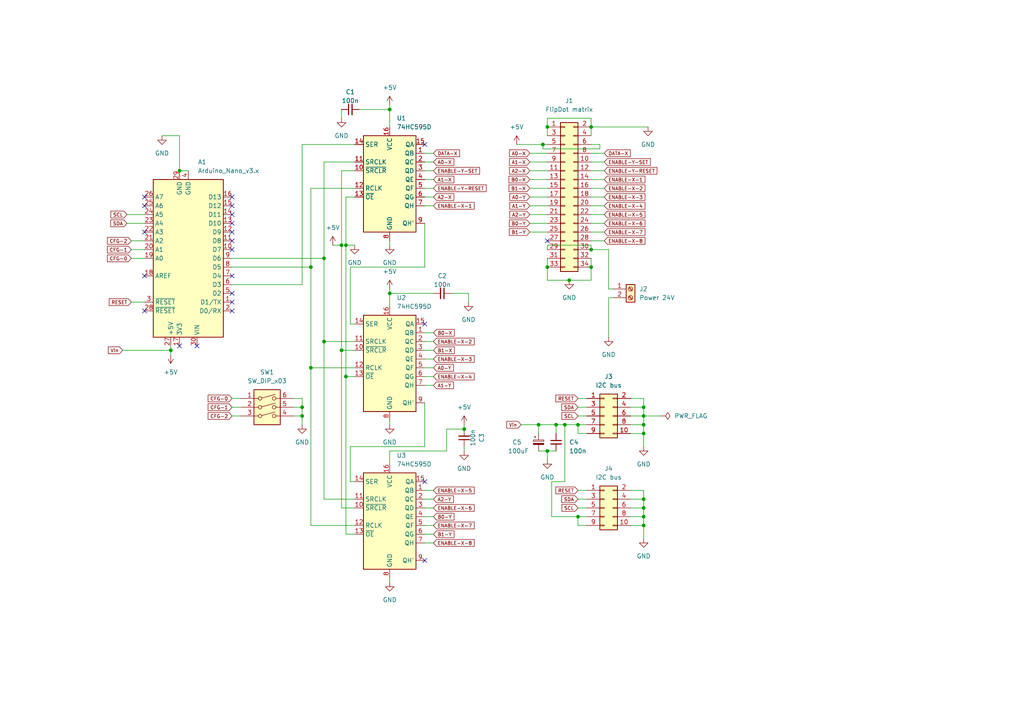
<source format=kicad_sch>
(kicad_sch (version 20211123) (generator eeschema)
  (paper "A4")
  (title_block (title "FlipDot34-Nano Controller Board") (date "2022-04-30") (rev "1.0"))
  (lib_symbols
    (symbol "74xx:74HC595"
      (property "Reference" "U" (at -7.62 13.97 0))
      (property "Value" "74HC595" (at -7.62 -16.51 0))
      (symbol "74HC595_1_0"
        (pin tri_state line (at 10.16 7.62 180) (length 2.54) (name "QB") (number "1"))
        (pin input line (at -10.16 2.54 0) (length 2.54) (name "~{SRCLR}") (number "10"))
        (pin input line (at -10.16 5.08 0) (length 2.54) (name "SRCLK") (number "11"))
        (pin input line (at -10.16 -2.54 0) (length 2.54) (name "RCLK") (number "12"))
        (pin input line (at -10.16 -5.08 0) (length 2.54) (name "~{OE}") (number "13"))
        (pin input line (at -10.16 10.16 0) (length 2.54) (name "SER") (number "14"))
        (pin tri_state line (at 10.16 10.16 180) (length 2.54) (name "QA") (number "15"))
        (pin power_in line (at 0 15.24 270) (length 2.54) (name "VCC") (number "16"))
        (pin tri_state line (at 10.16 5.08 180) (length 2.54) (name "QC") (number "2"))
        (pin tri_state line (at 10.16 2.54 180) (length 2.54) (name "QD") (number "3"))
        (pin tri_state line (at 10.16 0 180) (length 2.54) (name "QE") (number "4"))
        (pin tri_state line (at 10.16 -2.54 180) (length 2.54) (name "QF") (number "5"))
        (pin tri_state line (at 10.16 -5.08 180) (length 2.54) (name "QG") (number "6"))
        (pin tri_state line (at 10.16 -7.62 180) (length 2.54) (name "QH") (number "7"))
        (pin power_in line (at 0 -17.78 90) (length 2.54) (name "GND") (number "8"))
        (pin output line (at 10.16 -12.7 180) (length 2.54) (name "QH'") (number "9"))
      )
      (symbol "74HC595_1_1"
        (rectangle (start -7.62 12.7) (end 7.62 -15.24) (stroke (width 0.254)) (fill (type background)))
      )
    )
    (symbol "Connector:Screw_Terminal_01x02" (pin_names (offset 1.016) hide)
      (property "Reference" "J" (at 0 2.54 0))
      (property "Value" "Screw_Terminal_01x02" (at 0 -5.08 0))
      (symbol "Screw_Terminal_01x02_1_1"
        (rectangle (start -1.27 1.27) (end 1.27 -3.81) (stroke (width 0.254)) (fill (type background)))
        (circle (center 0 -2.54) (radius 0.635) (stroke (width 0.1524)))
        (polyline (pts (xy -0.5334 -2.2098) (xy 0.3302 -3.048)) (stroke (width 0.1524)))
        (polyline (pts (xy -0.5334 0.3302) (xy 0.3302 -0.508)) (stroke (width 0.1524)))
        (polyline (pts (xy -0.3556 -2.032) (xy 0.508 -2.8702)) (stroke (width 0.1524)))
        (polyline (pts (xy -0.3556 0.508) (xy 0.508 -0.3302)) (stroke (width 0.1524)))
        (circle (center 0 0) (radius 0.635) (stroke (width 0.1524)))
        (pin passive line (at -5.08 0 0) (length 3.81) (name "Pin_1") (number "1"))
        (pin passive line (at -5.08 -2.54 0) (length 3.81) (name "Pin_2") (number "2"))
      )
    )
    (symbol "Connector_Generic:Conn_02x05_Odd_Even" (pin_names (offset 1.016) hide)
      (property "Reference" "J" (at 1.27 7.62 0))
      (property "Value" "Conn_02x05_Odd_Even" (at 1.27 -7.62 0))
      (symbol "Conn_02x05_Odd_Even_1_1"
        (rectangle (start -1.27 -4.953) (end 0 -5.207) (stroke (width 0.1524)))
        (rectangle (start -1.27 -2.413) (end 0 -2.667) (stroke (width 0.1524)))
        (rectangle (start -1.27 0.127) (end 0 -0.127) (stroke (width 0.1524)))
        (rectangle (start -1.27 2.667) (end 0 2.413) (stroke (width 0.1524)))
        (rectangle (start -1.27 5.207) (end 0 4.953) (stroke (width 0.1524)))
        (rectangle (start -1.27 6.35) (end 3.81 -6.35) (stroke (width 0.254)) (fill (type background)))
        (rectangle (start 3.81 -4.953) (end 2.54 -5.207) (stroke (width 0.1524)))
        (rectangle (start 3.81 -2.413) (end 2.54 -2.667) (stroke (width 0.1524)))
        (rectangle (start 3.81 0.127) (end 2.54 -0.127) (stroke (width 0.1524)))
        (rectangle (start 3.81 2.667) (end 2.54 2.413) (stroke (width 0.1524)))
        (rectangle (start 3.81 5.207) (end 2.54 4.953) (stroke (width 0.1524)))
        (pin passive line (at -5.08 5.08 0) (length 3.81) (name "Pin_1") (number "1"))
        (pin passive line (at 7.62 -5.08 180) (length 3.81) (name "Pin_10") (number "10"))
        (pin passive line (at 7.62 5.08 180) (length 3.81) (name "Pin_2") (number "2"))
        (pin passive line (at -5.08 2.54 0) (length 3.81) (name "Pin_3") (number "3"))
        (pin passive line (at 7.62 2.54 180) (length 3.81) (name "Pin_4") (number "4"))
        (pin passive line (at -5.08 0 0) (length 3.81) (name "Pin_5") (number "5"))
        (pin passive line (at 7.62 0 180) (length 3.81) (name "Pin_6") (number "6"))
        (pin passive line (at -5.08 -2.54 0) (length 3.81) (name "Pin_7") (number "7"))
        (pin passive line (at 7.62 -2.54 180) (length 3.81) (name "Pin_8") (number "8"))
        (pin passive line (at -5.08 -5.08 0) (length 3.81) (name "Pin_9") (number "9"))
      )
    )
    (symbol "Connector_Generic:Conn_02x17_Odd_Even" (pin_names (offset 1.016) hide)
      (property "Reference" "J" (at 1.27 22.86 0))
      (property "Value" "Conn_02x17_Odd_Even" (at 1.27 -22.86 0))
      (symbol "Conn_02x17_Odd_Even_1_1"
        (rectangle (start -1.27 -20.193) (end 0 -20.447) (stroke (width 0.1524)))
        (rectangle (start -1.27 -17.653) (end 0 -17.907) (stroke (width 0.1524)))
        (rectangle (start -1.27 -15.113) (end 0 -15.367) (stroke (width 0.1524)))
        (rectangle (start -1.27 -12.573) (end 0 -12.827) (stroke (width 0.1524)))
        (rectangle (start -1.27 -10.033) (end 0 -10.287) (stroke (width 0.1524)))
        (rectangle (start -1.27 -7.493) (end 0 -7.747) (stroke (width 0.1524)))
        (rectangle (start -1.27 -4.953) (end 0 -5.207) (stroke (width 0.1524)))
        (rectangle (start -1.27 -2.413) (end 0 -2.667) (stroke (width 0.1524)))
        (rectangle (start -1.27 0.127) (end 0 -0.127) (stroke (width 0.1524)))
        (rectangle (start -1.27 2.667) (end 0 2.413) (stroke (width 0.1524)))
        (rectangle (start -1.27 5.207) (end 0 4.953) (stroke (width 0.1524)))
        (rectangle (start -1.27 7.747) (end 0 7.493) (stroke (width 0.1524)))
        (rectangle (start -1.27 10.287) (end 0 10.033) (stroke (width 0.1524)))
        (rectangle (start -1.27 12.827) (end 0 12.573) (stroke (width 0.1524)))
        (rectangle (start -1.27 15.367) (end 0 15.113) (stroke (width 0.1524)))
        (rectangle (start -1.27 17.907) (end 0 17.653) (stroke (width 0.1524)))
        (rectangle (start -1.27 20.447) (end 0 20.193) (stroke (width 0.1524)))
        (rectangle (start -1.27 21.59) (end 3.81 -21.59) (stroke (width 0.254)) (fill (type background)))
        (rectangle (start 3.81 -20.193) (end 2.54 -20.447) (stroke (width 0.1524)))
        (rectangle (start 3.81 -17.653) (end 2.54 -17.907) (stroke (width 0.1524)))
        (rectangle (start 3.81 -15.113) (end 2.54 -15.367) (stroke (width 0.1524)))
        (rectangle (start 3.81 -12.573) (end 2.54 -12.827) (stroke (width 0.1524)))
        (rectangle (start 3.81 -10.033) (end 2.54 -10.287) (stroke (width 0.1524)))
        (rectangle (start 3.81 -7.493) (end 2.54 -7.747) (stroke (width 0.1524)))
        (rectangle (start 3.81 -4.953) (end 2.54 -5.207) (stroke (width 0.1524)))
        (rectangle (start 3.81 -2.413) (end 2.54 -2.667) (stroke (width 0.1524)))
        (rectangle (start 3.81 0.127) (end 2.54 -0.127) (stroke (width 0.1524)))
        (rectangle (start 3.81 2.667) (end 2.54 2.413) (stroke (width 0.1524)))
        (rectangle (start 3.81 5.207) (end 2.54 4.953) (stroke (width 0.1524)))
        (rectangle (start 3.81 7.747) (end 2.54 7.493) (stroke (width 0.1524)))
        (rectangle (start 3.81 10.287) (end 2.54 10.033) (stroke (width 0.1524)))
        (rectangle (start 3.81 12.827) (end 2.54 12.573) (stroke (width 0.1524)))
        (rectangle (start 3.81 15.367) (end 2.54 15.113) (stroke (width 0.1524)))
        (rectangle (start 3.81 17.907) (end 2.54 17.653) (stroke (width 0.1524)))
        (rectangle (start 3.81 20.447) (end 2.54 20.193) (stroke (width 0.1524)))
        (pin passive line (at -5.08 20.32 0) (length 3.81) (name "Pin_1") (number "1"))
        (pin passive line (at 7.62 10.16 180) (length 3.81) (name "Pin_10") (number "10"))
        (pin passive line (at -5.08 7.62 0) (length 3.81) (name "Pin_11") (number "11"))
        (pin passive line (at 7.62 7.62 180) (length 3.81) (name "Pin_12") (number "12"))
        (pin passive line (at -5.08 5.08 0) (length 3.81) (name "Pin_13") (number "13"))
        (pin passive line (at 7.62 5.08 180) (length 3.81) (name "Pin_14") (number "14"))
        (pin passive line (at -5.08 2.54 0) (length 3.81) (name "Pin_15") (number "15"))
        (pin passive line (at 7.62 2.54 180) (length 3.81) (name "Pin_16") (number "16"))
        (pin passive line (at -5.08 0 0) (length 3.81) (name "Pin_17") (number "17"))
        (pin passive line (at 7.62 0 180) (length 3.81) (name "Pin_18") (number "18"))
        (pin passive line (at -5.08 -2.54 0) (length 3.81) (name "Pin_19") (number "19"))
        (pin passive line (at 7.62 20.32 180) (length 3.81) (name "Pin_2") (number "2"))
        (pin passive line (at 7.62 -2.54 180) (length 3.81) (name "Pin_20") (number "20"))
        (pin passive line (at -5.08 -5.08 0) (length 3.81) (name "Pin_21") (number "21"))
        (pin passive line (at 7.62 -5.08 180) (length 3.81) (name "Pin_22") (number "22"))
        (pin passive line (at -5.08 -7.62 0) (length 3.81) (name "Pin_23") (number "23"))
        (pin passive line (at 7.62 -7.62 180) (length 3.81) (name "Pin_24") (number "24"))
        (pin passive line (at -5.08 -10.16 0) (length 3.81) (name "Pin_25") (number "25"))
        (pin passive line (at 7.62 -10.16 180) (length 3.81) (name "Pin_26") (number "26"))
        (pin passive line (at -5.08 -12.7 0) (length 3.81) (name "Pin_27") (number "27"))
        (pin passive line (at 7.62 -12.7 180) (length 3.81) (name "Pin_28") (number "28"))
        (pin passive line (at -5.08 -15.24 0) (length 3.81) (name "Pin_29") (number "29"))
        (pin passive line (at -5.08 17.78 0) (length 3.81) (name "Pin_3") (number "3"))
        (pin passive line (at 7.62 -15.24 180) (length 3.81) (name "Pin_30") (number "30"))
        (pin passive line (at -5.08 -17.78 0) (length 3.81) (name "Pin_31") (number "31"))
        (pin passive line (at 7.62 -17.78 180) (length 3.81) (name "Pin_32") (number "32"))
        (pin passive line (at -5.08 -20.32 0) (length 3.81) (name "Pin_33") (number "33"))
        (pin passive line (at 7.62 -20.32 180) (length 3.81) (name "Pin_34") (number "34"))
        (pin passive line (at 7.62 17.78 180) (length 3.81) (name "Pin_4") (number "4"))
        (pin passive line (at -5.08 15.24 0) (length 3.81) (name "Pin_5") (number "5"))
        (pin passive line (at 7.62 15.24 180) (length 3.81) (name "Pin_6") (number "6"))
        (pin passive line (at -5.08 12.7 0) (length 3.81) (name "Pin_7") (number "7"))
        (pin passive line (at 7.62 12.7 180) (length 3.81) (name "Pin_8") (number "8"))
        (pin passive line (at -5.08 10.16 0) (length 3.81) (name "Pin_9") (number "9"))
      )
    )
    (symbol "Device:C_Polarized_Small" (pin_numbers hide) (pin_names (offset 0.254) hide)
      (property "Reference" "C" (at 0.254 1.778 0))
      (property "Value" "C_Polarized_Small" (at 0.254 -2.032 0))
      (symbol "C_Polarized_Small_0_1"
        (rectangle (start -1.524 -0.3048) (end 1.524 -0.6858) (fill (type outline)))
        (rectangle (start -1.524 0.6858) (end 1.524 0.3048))
        (polyline (pts (xy -1.27 1.524) (xy -0.762 1.524)))
        (polyline (pts (xy -1.016 1.27) (xy -1.016 1.778)))
      )
      (symbol "C_Polarized_Small_1_1"
        (pin passive line (at 0 2.54 270) (length 1.8542) (name "~") (number "1"))
        (pin passive line (at 0 -2.54 90) (length 1.8542) (name "~") (number "2"))
      )
    )
    (symbol "Device:C_Small" (pin_numbers hide) (pin_names (offset 0.254) hide)
      (property "Reference" "C" (at 0.254 1.778 0))
      (property "Value" "C_Small" (at 0.254 -2.032 0))
      (symbol "C_Small_0_1"
        (polyline (pts (xy -1.524 -0.508) (xy 1.524 -0.508)) (stroke (width 0.3302)))
        (polyline (pts (xy -1.524 0.508) (xy 1.524 0.508)) (stroke (width 0.3048)))
      )
      (symbol "C_Small_1_1"
        (pin passive line (at 0 2.54 270) (length 2.032) (name "~") (number "1"))
        (pin passive line (at 0 -2.54 90) (length 2.032) (name "~") (number "2"))
      )
    )
    (symbol "MCU_Module:Arduino_Nano_v3.x"
      (property "Reference" "A" (at -10.16 23.495 0))
      (property "Value" "Arduino_Nano_v3.x" (at 5.08 -24.13 0))
      (symbol "Arduino_Nano_v3.x_0_1"
        (rectangle (start -10.16 22.86) (end 10.16 -22.86) (stroke (width 0.254)) (fill (type background)))
      )
      (symbol "Arduino_Nano_v3.x_1_1"
        (pin bidirectional line (at -12.7 12.7 0) (length 2.54) (name "D1/TX") (number "1"))
        (pin bidirectional line (at -12.7 -2.54 0) (length 2.54) (name "D7") (number "10"))
        (pin bidirectional line (at -12.7 -5.08 0) (length 2.54) (name "D8") (number "11"))
        (pin bidirectional line (at -12.7 -7.62 0) (length 2.54) (name "D9") (number "12"))
        (pin bidirectional line (at -12.7 -10.16 0) (length 2.54) (name "D10") (number "13"))
        (pin bidirectional line (at -12.7 -12.7 0) (length 2.54) (name "D11") (number "14"))
        (pin bidirectional line (at -12.7 -15.24 0) (length 2.54) (name "D12") (number "15"))
        (pin bidirectional line (at -12.7 -17.78 0) (length 2.54) (name "D13") (number "16"))
        (pin power_out line (at 2.54 25.4 270) (length 2.54) (name "3V3") (number "17"))
        (pin input line (at 12.7 5.08 180) (length 2.54) (name "AREF") (number "18"))
        (pin bidirectional line (at 12.7 0 180) (length 2.54) (name "A0") (number "19"))
        (pin bidirectional line (at -12.7 15.24 0) (length 2.54) (name "D0/RX") (number "2"))
        (pin bidirectional line (at 12.7 -2.54 180) (length 2.54) (name "A1") (number "20"))
        (pin bidirectional line (at 12.7 -5.08 180) (length 2.54) (name "A2") (number "21"))
        (pin bidirectional line (at 12.7 -7.62 180) (length 2.54) (name "A3") (number "22"))
        (pin bidirectional line (at 12.7 -10.16 180) (length 2.54) (name "A4") (number "23"))
        (pin bidirectional line (at 12.7 -12.7 180) (length 2.54) (name "A5") (number "24"))
        (pin bidirectional line (at 12.7 -15.24 180) (length 2.54) (name "A6") (number "25"))
        (pin bidirectional line (at 12.7 -17.78 180) (length 2.54) (name "A7") (number "26"))
        (pin power_out line (at 5.08 25.4 270) (length 2.54) (name "+5V") (number "27"))
        (pin input line (at 12.7 15.24 180) (length 2.54) (name "~{RESET}") (number "28"))
        (pin power_in line (at 2.54 -25.4 90) (length 2.54) (name "GND") (number "29"))
        (pin input line (at 12.7 12.7 180) (length 2.54) (name "~{RESET}") (number "3"))
        (pin power_in line (at -2.54 25.4 270) (length 2.54) (name "VIN") (number "30"))
        (pin power_in line (at 0 -25.4 90) (length 2.54) (name "GND") (number "4"))
        (pin bidirectional line (at -12.7 10.16 0) (length 2.54) (name "D2") (number "5"))
        (pin bidirectional line (at -12.7 7.62 0) (length 2.54) (name "D3") (number "6"))
        (pin bidirectional line (at -12.7 5.08 0) (length 2.54) (name "D4") (number "7"))
        (pin bidirectional line (at -12.7 2.54 0) (length 2.54) (name "D5") (number "8"))
        (pin bidirectional line (at -12.7 0 0) (length 2.54) (name "D6") (number "9"))
      )
    )
    (symbol "Switch:SW_DIP_x03" (pin_names (offset 0) hide)
      (property "Reference" "SW" (at 0 8.89 0))
      (property "Value" "SW_DIP_x03" (at 0 -3.81 0))
      (symbol "SW_DIP_x03_0_0"
        (circle (center -2.032 0) (radius 0.508))
        (circle (center -2.032 2.54) (radius 0.508))
        (circle (center -2.032 5.08) (radius 0.508))
        (polyline (pts (xy -1.524 0.127) (xy 2.3622 1.1684)))
        (polyline (pts (xy -1.524 2.667) (xy 2.3622 3.7084)))
        (polyline (pts (xy -1.524 5.207) (xy 2.3622 6.2484)))
        (circle (center 2.032 0) (radius 0.508))
        (circle (center 2.032 2.54) (radius 0.508))
        (circle (center 2.032 5.08) (radius 0.508))
      )
      (symbol "SW_DIP_x03_0_1"
        (rectangle (start -3.81 7.62) (end 3.81 -2.54) (stroke (width 0.254)) (fill (type background)))
      )
      (symbol "SW_DIP_x03_1_1"
        (pin passive line (at -7.62 5.08 0) (length 5.08) (name "~") (number "1"))
        (pin passive line (at -7.62 2.54 0) (length 5.08) (name "~") (number "2"))
        (pin passive line (at -7.62 0 0) (length 5.08) (name "~") (number "3"))
        (pin passive line (at 7.62 0 180) (length 5.08) (name "~") (number "4"))
        (pin passive line (at 7.62 2.54 180) (length 5.08) (name "~") (number "5"))
        (pin passive line (at 7.62 5.08 180) (length 5.08) (name "~") (number "6"))
      )
    )
    (symbol "power:+5V" (power) (pin_names (offset 0))
      (property "Value" "+5V" (at 0 3.556 0))
      (symbol "+5V_0_1"
        (polyline (pts (xy -0.762 1.27) (xy 0 2.54)))
        (polyline (pts (xy 0 0) (xy 0 2.54)))
        (polyline (pts (xy 0 2.54) (xy 0.762 1.27)))
      )
      (symbol "+5V_1_1"
        (pin power_in line (at 0 0 90) (length 0) hide (name "+5V") (number "1"))
      )
    )
    (symbol "power:GND" (power) (pin_names (offset 0))
      (property "Value" "GND" (at 0 -3.81 0))
      (symbol "GND_0_1"
        (polyline (pts (xy 0 0) (xy 0 -1.27) (xy 1.27 -1.27) (xy 0 -2.54) (xy -1.27 -1.27) (xy 0 -1.27)))
      )
      (symbol "GND_1_1"
        (pin power_in line (at 0 0 270) (length 0) hide (name "GND") (number "1"))
      )
    )
    (symbol "power:PWR_FLAG" (power) (pin_numbers hide) (pin_names (offset 0) hide)
      (property "Value" "PWR_FLAG" (at 0 3.81 0))
      (symbol "PWR_FLAG_0_0"
        (pin power_out line (at 0 0 90) (length 0) (name "pwr") (number "1"))
      )
      (symbol "PWR_FLAG_0_1"
        (polyline (pts (xy 0 0) (xy 0 1.27) (xy -1.016 1.905) (xy 0 2.54) (xy 1.016 1.905) (xy 0 1.27)))
      )
    )
  )
  (junction (at 52.07 49.53))
  (junction (at 100.33 71.12))
  (junction (at 99.06 101.6))
  (junction (at 99.06 71.12))
  (junction (at 113.03 85.09))
  (junction (at 171.45 77.47))
  (junction (at 156.21 123.19))
  (junction (at 186.69 123.19))
  (junction (at 171.45 72.39))
  (junction (at 186.69 152.4))
  (junction (at 161.29 123.19))
  (junction (at 186.69 149.86))
  (junction (at 186.69 120.65))
  (junction (at 186.69 125.73))
  (junction (at 100.33 109.22))
  (junction (at 163.83 123.19))
  (junction (at 49.53 101.6))
  (junction (at 158.75 36.83))
  (junction (at 165.1 81.28))
  (junction (at 158.75 130.81))
  (junction (at 113.03 31.75))
  (junction (at 167.64 123.19))
  (junction (at 90.17 106.68))
  (junction (at 90.17 77.47))
  (junction (at 157.48 41.91))
  (junction (at 186.69 144.78))
  (junction (at 87.63 120.65))
  (junction (at 87.63 118.11))
  (junction (at 171.45 36.83))
  (junction (at 186.69 147.32))
  (junction (at 134.62 124.46))
  (junction (at 167.64 149.86))
  (junction (at 93.98 74.93))
  (junction (at 158.75 77.47))
  (junction (at 186.69 118.11))
  (junction (at 93.98 99.06))
  (no_connect (at 41.91 67.31))
  (no_connect (at 67.31 87.63))
  (no_connect (at 41.91 59.69))
  (no_connect (at 123.19 93.98))
  (no_connect (at 123.19 139.7))
  (no_connect (at 123.19 41.91))
  (no_connect (at 52.07 100.33))
  (no_connect (at 67.31 57.15))
  (no_connect (at 67.31 64.77))
  (no_connect (at 67.31 85.09))
  (no_connect (at 67.31 80.01))
  (no_connect (at 67.31 67.31))
  (no_connect (at 67.31 69.85))
  (no_connect (at 67.31 72.39))
  (no_connect (at 41.91 80.01))
  (no_connect (at 57.15 100.33))
  (no_connect (at 123.19 162.56))
  (no_connect (at 41.91 57.15))
  (no_connect (at 67.31 90.17))
  (no_connect (at 158.75 69.85))
  (no_connect (at 67.31 62.23))
  (no_connect (at 67.31 59.69))
  (no_connect (at 41.91 90.17))
  (wire (pts (xy 153.67 46.99) (xy 158.75 46.99)))
  (wire (pts (xy 102.87 57.15) (xy 100.33 57.15)))
  (wire (pts (xy 67.31 82.55) (xy 87.63 82.55)))
  (wire (pts (xy 167.64 120.65) (xy 170.18 120.65)))
  (wire (pts (xy 157.48 41.91) (xy 157.48 43.18)))
  (wire (pts (xy 182.88 152.4) (xy 186.69 152.4)))
  (wire (pts (xy 113.03 31.75) (xy 113.03 36.83)))
  (wire (pts (xy 157.48 41.91) (xy 158.75 41.91)))
  (wire (pts (xy 67.31 118.11) (xy 69.85 118.11)))
  (wire (pts (xy 182.88 149.86) (xy 186.69 149.86)))
  (wire (pts (xy 186.69 115.57) (xy 186.69 118.11)))
  (wire (pts (xy 158.75 71.12) (xy 171.45 71.12)))
  (wire (pts (xy 158.75 130.81) (xy 158.75 133.35)))
  (wire (pts (xy 85.09 120.65) (xy 87.63 120.65)))
  (wire (pts (xy 171.45 34.29) (xy 171.45 36.83)))
  (wire (pts (xy 158.75 36.83) (xy 158.75 39.37)))
  (wire (pts (xy 153.67 62.23) (xy 158.75 62.23)))
  (wire (pts (xy 186.69 120.65) (xy 191.77 120.65)))
  (wire (pts (xy 158.75 34.29) (xy 171.45 34.29)))
  (wire (pts (xy 123.19 77.47) (xy 101.6 77.47)))
  (wire (pts (xy 186.69 125.73) (xy 186.69 129.54)))
  (wire (pts (xy 123.19 99.06) (xy 125.73 99.06)))
  (wire (pts (xy 163.83 123.19) (xy 167.64 123.19)))
  (wire (pts (xy 160.02 149.86) (xy 167.64 149.86)))
  (wire (pts (xy 171.45 71.12) (xy 171.45 72.39)))
  (wire (pts (xy 167.64 149.86) (xy 170.18 149.86)))
  (wire (pts (xy 123.19 149.86) (xy 125.73 149.86)))
  (wire (pts (xy 38.1 87.63) (xy 41.91 87.63)))
  (wire (pts (xy 49.53 101.6) (xy 49.53 102.87)))
  (wire (pts (xy 99.06 101.6) (xy 99.06 147.32)))
  (wire (pts (xy 175.26 54.61) (xy 171.45 54.61)))
  (wire (pts (xy 90.17 54.61) (xy 90.17 77.47)))
  (wire (pts (xy 123.19 142.24) (xy 125.73 142.24)))
  (wire (pts (xy 93.98 144.78) (xy 102.87 144.78)))
  (wire (pts (xy 100.33 71.12) (xy 102.87 71.12)))
  (wire (pts (xy 156.21 123.19) (xy 161.29 123.19)))
  (wire (pts (xy 186.69 149.86) (xy 186.69 152.4)))
  (wire (pts (xy 153.67 57.15) (xy 158.75 57.15)))
  (wire (pts (xy 173.99 43.18) (xy 173.99 41.91)))
  (wire (pts (xy 186.69 147.32) (xy 186.69 149.86)))
  (wire (pts (xy 52.07 39.37) (xy 52.07 49.53)))
  (wire (pts (xy 167.64 149.86) (xy 167.64 152.4)))
  (wire (pts (xy 90.17 77.47) (xy 90.17 106.68)))
  (wire (pts (xy 36.83 62.23) (xy 41.91 62.23)))
  (wire (pts (xy 175.26 57.15) (xy 171.45 57.15)))
  (wire (pts (xy 93.98 99.06) (xy 102.87 99.06)))
  (wire (pts (xy 113.03 121.92) (xy 113.03 123.19)))
  (wire (pts (xy 182.88 123.19) (xy 186.69 123.19)))
  (wire (pts (xy 182.88 120.65) (xy 186.69 120.65)))
  (wire (pts (xy 158.75 81.28) (xy 165.1 81.28)))
  (wire (pts (xy 123.19 154.94) (xy 125.73 154.94)))
  (wire (pts (xy 100.33 57.15) (xy 100.33 71.12)))
  (wire (pts (xy 67.31 77.47) (xy 90.17 77.47)))
  (wire (pts (xy 176.53 83.82) (xy 177.8 83.82)))
  (wire (pts (xy 99.06 71.12) (xy 99.06 101.6)))
  (wire (pts (xy 102.87 49.53) (xy 99.06 49.53)))
  (wire (pts (xy 85.09 115.57) (xy 87.63 115.57)))
  (wire (pts (xy 157.48 43.18) (xy 173.99 43.18)))
  (wire (pts (xy 176.53 72.39) (xy 176.53 83.82)))
  (wire (pts (xy 186.69 142.24) (xy 186.69 144.78)))
  (wire (pts (xy 67.31 115.57) (xy 69.85 115.57)))
  (wire (pts (xy 52.07 49.53) (xy 54.61 49.53)))
  (wire (pts (xy 101.6 93.98) (xy 102.87 93.98)))
  (wire (pts (xy 175.26 59.69) (xy 171.45 59.69)))
  (wire (pts (xy 123.19 109.22) (xy 125.73 109.22)))
  (wire (pts (xy 176.53 86.36) (xy 177.8 86.36)))
  (wire (pts (xy 123.19 96.52) (xy 125.73 96.52)))
  (wire (pts (xy 123.19 116.84) (xy 123.19 129.54)))
  (wire (pts (xy 99.06 101.6) (xy 102.87 101.6)))
  (wire (pts (xy 173.99 41.91) (xy 171.45 41.91)))
  (wire (pts (xy 171.45 81.28) (xy 171.45 77.47)))
  (wire (pts (xy 100.33 109.22) (xy 100.33 154.94)))
  (wire (pts (xy 123.19 152.4) (xy 125.73 152.4)))
  (wire (pts (xy 182.88 144.78) (xy 186.69 144.78)))
  (wire (pts (xy 123.19 104.14) (xy 125.73 104.14)))
  (wire (pts (xy 158.75 72.39) (xy 158.75 71.12)))
  (wire (pts (xy 123.19 106.68) (xy 125.73 106.68)))
  (wire (pts (xy 182.88 115.57) (xy 186.69 115.57)))
  (wire (pts (xy 101.6 139.7) (xy 102.87 139.7)))
  (wire (pts (xy 113.03 69.85) (xy 113.03 71.12)))
  (wire (pts (xy 186.69 123.19) (xy 186.69 125.73)))
  (wire (pts (xy 38.1 74.93) (xy 41.91 74.93)))
  (wire (pts (xy 123.19 111.76) (xy 125.73 111.76)))
  (wire (pts (xy 167.64 123.19) (xy 170.18 123.19)))
  (wire (pts (xy 101.6 129.54) (xy 101.6 139.7)))
  (wire (pts (xy 102.87 46.99) (xy 93.98 46.99)))
  (wire (pts (xy 90.17 106.68) (xy 102.87 106.68)))
  (wire (pts (xy 175.26 49.53) (xy 171.45 49.53)))
  (wire (pts (xy 171.45 72.39) (xy 176.53 72.39)))
  (wire (pts (xy 153.67 67.31) (xy 158.75 67.31)))
  (wire (pts (xy 123.19 49.53) (xy 125.73 49.53)))
  (wire (pts (xy 160.02 149.86) (xy 160.02 139.7)))
  (wire (pts (xy 123.19 64.77) (xy 123.19 77.47)))
  (wire (pts (xy 123.19 44.45) (xy 125.73 44.45)))
  (wire (pts (xy 130.81 85.09) (xy 135.89 85.09)))
  (wire (pts (xy 123.19 144.78) (xy 125.73 144.78)))
  (wire (pts (xy 123.19 57.15) (xy 125.73 57.15)))
  (wire (pts (xy 67.31 74.93) (xy 93.98 74.93)))
  (wire (pts (xy 99.06 49.53) (xy 99.06 71.12)))
  (wire (pts (xy 90.17 152.4) (xy 102.87 152.4)))
  (wire (pts (xy 186.69 152.4) (xy 186.69 156.21)))
  (wire (pts (xy 100.33 154.94) (xy 102.87 154.94)))
  (wire (pts (xy 161.29 123.19) (xy 161.29 125.73)))
  (wire (pts (xy 182.88 147.32) (xy 186.69 147.32)))
  (wire (pts (xy 158.75 74.93) (xy 158.75 77.47)))
  (wire (pts (xy 129.54 124.46) (xy 134.62 124.46)))
  (wire (pts (xy 175.26 46.99) (xy 171.45 46.99)))
  (wire (pts (xy 167.64 125.73) (xy 170.18 125.73)))
  (wire (pts (xy 171.45 36.83) (xy 171.45 39.37)))
  (wire (pts (xy 38.1 69.85) (xy 41.91 69.85)))
  (wire (pts (xy 113.03 130.81) (xy 129.54 130.81)))
  (wire (pts (xy 153.67 59.69) (xy 158.75 59.69)))
  (wire (pts (xy 99.06 147.32) (xy 102.87 147.32)))
  (wire (pts (xy 171.45 69.85) (xy 175.26 69.85)))
  (wire (pts (xy 161.29 123.19) (xy 163.83 123.19)))
  (wire (pts (xy 158.75 77.47) (xy 158.75 81.28)))
  (wire (pts (xy 90.17 106.68) (xy 90.17 152.4)))
  (wire (pts (xy 104.14 31.75) (xy 113.03 31.75)))
  (wire (pts (xy 153.67 52.07) (xy 158.75 52.07)))
  (wire (pts (xy 113.03 85.09) (xy 125.73 85.09)))
  (wire (pts (xy 186.69 120.65) (xy 186.69 123.19)))
  (wire (pts (xy 153.67 64.77) (xy 158.75 64.77)))
  (wire (pts (xy 182.88 125.73) (xy 186.69 125.73)))
  (wire (pts (xy 52.07 39.37) (xy 46.99 39.37)))
  (wire (pts (xy 167.64 147.32) (xy 170.18 147.32)))
  (wire (pts (xy 36.83 64.77) (xy 41.91 64.77)))
  (wire (pts (xy 171.45 67.31) (xy 175.26 67.31)))
  (wire (pts (xy 167.64 115.57) (xy 170.18 115.57)))
  (wire (pts (xy 87.63 41.91) (xy 102.87 41.91)))
  (wire (pts (xy 163.83 139.7) (xy 163.83 123.19)))
  (wire (pts (xy 123.19 147.32) (xy 125.73 147.32)))
  (wire (pts (xy 176.53 86.36) (xy 176.53 97.79)))
  (wire (pts (xy 85.09 118.11) (xy 87.63 118.11)))
  (wire (pts (xy 167.64 123.19) (xy 167.64 125.73)))
  (wire (pts (xy 87.63 82.55) (xy 87.63 41.91)))
  (wire (pts (xy 87.63 115.57) (xy 87.63 118.11)))
  (wire (pts (xy 87.63 120.65) (xy 87.63 123.19)))
  (wire (pts (xy 167.64 152.4) (xy 170.18 152.4)))
  (wire (pts (xy 100.33 71.12) (xy 100.33 109.22)))
  (wire (pts (xy 186.69 144.78) (xy 186.69 147.32)))
  (wire (pts (xy 93.98 46.99) (xy 93.98 74.93)))
  (wire (pts (xy 175.26 62.23) (xy 171.45 62.23)))
  (wire (pts (xy 123.19 101.6) (xy 125.73 101.6)))
  (wire (pts (xy 123.19 52.07) (xy 125.73 52.07)))
  (wire (pts (xy 167.64 118.11) (xy 170.18 118.11)))
  (wire (pts (xy 113.03 83.82) (xy 113.03 85.09)))
  (wire (pts (xy 87.63 118.11) (xy 87.63 120.65)))
  (wire (pts (xy 160.02 139.7) (xy 163.83 139.7)))
  (wire (pts (xy 129.54 130.81) (xy 129.54 124.46)))
  (wire (pts (xy 175.26 44.45) (xy 171.45 44.45)))
  (wire (pts (xy 102.87 54.61) (xy 90.17 54.61)))
  (wire (pts (xy 113.03 134.62) (xy 113.03 130.81)))
  (wire (pts (xy 123.19 157.48) (xy 125.73 157.48)))
  (wire (pts (xy 156.21 130.81) (xy 158.75 130.81)))
  (wire (pts (xy 134.62 129.54) (xy 134.62 130.81)))
  (wire (pts (xy 153.67 54.61) (xy 158.75 54.61)))
  (wire (pts (xy 135.89 85.09) (xy 135.89 87.63)))
  (wire (pts (xy 171.45 74.93) (xy 171.45 77.47)))
  (wire (pts (xy 151.13 123.19) (xy 156.21 123.19)))
  (wire (pts (xy 96.52 71.12) (xy 99.06 71.12)))
  (wire (pts (xy 167.64 144.78) (xy 170.18 144.78)))
  (wire (pts (xy 175.26 52.07) (xy 171.45 52.07)))
  (wire (pts (xy 153.67 44.45) (xy 158.75 44.45)))
  (wire (pts (xy 100.33 109.22) (xy 102.87 109.22)))
  (wire (pts (xy 123.19 54.61) (xy 125.73 54.61)))
  (wire (pts (xy 186.69 118.11) (xy 186.69 120.65)))
  (wire (pts (xy 156.21 123.19) (xy 156.21 125.73)))
  (wire (pts (xy 165.1 81.28) (xy 171.45 81.28)))
  (wire (pts (xy 123.19 46.99) (xy 125.73 46.99)))
  (wire (pts (xy 99.06 31.75) (xy 99.06 34.29)))
  (wire (pts (xy 35.56 101.6) (xy 49.53 101.6)))
  (wire (pts (xy 171.45 36.83) (xy 187.96 36.83)))
  (wire (pts (xy 113.03 167.64) (xy 113.03 168.91)))
  (wire (pts (xy 134.62 123.19) (xy 134.62 124.46)))
  (wire (pts (xy 158.75 36.83) (xy 158.75 34.29)))
  (wire (pts (xy 49.53 100.33) (xy 49.53 101.6)))
  (wire (pts (xy 93.98 74.93) (xy 93.98 99.06)))
  (wire (pts (xy 52.07 49.53) (xy 52.07 50.8)))
  (wire (pts (xy 67.31 120.65) (xy 69.85 120.65)))
  (wire (pts (xy 182.88 118.11) (xy 186.69 118.11)))
  (wire (pts (xy 113.03 30.48) (xy 113.03 31.75)))
  (wire (pts (xy 158.75 130.81) (xy 161.29 130.81)))
  (wire (pts (xy 93.98 99.06) (xy 93.98 144.78)))
  (wire (pts (xy 38.1 72.39) (xy 41.91 72.39)))
  (wire (pts (xy 123.19 59.69) (xy 125.73 59.69)))
  (wire (pts (xy 182.88 142.24) (xy 186.69 142.24)))
  (wire (pts (xy 123.19 129.54) (xy 101.6 129.54)))
  (wire (pts (xy 149.86 41.91) (xy 157.48 41.91)))
  (wire (pts (xy 153.67 49.53) (xy 158.75 49.53)))
  (wire (pts (xy 101.6 77.47) (xy 101.6 93.98)))
  (wire (pts (xy 175.26 64.77) (xy 171.45 64.77)))
  (wire (pts (xy 167.64 142.24) (xy 170.18 142.24)))
  (wire (pts (xy 113.03 85.09) (xy 113.03 88.9)))
  (global_label "ENABLE-X-5" (shape input) (at 175.26 62.23 0) (effects (font (size 1 1))) (property "Intersheet References" "${INTERSHEET_REFS}" (effects hide)))
  (global_label "SDA" (shape input) (at 36.83 64.77 180) (effects (font (size 1 1))) (property "Intersheet References" "${INTERSHEET_REFS}" (effects hide)))
  (global_label "ENABLE-X-8" (shape input) (at 125.73 157.48 0) (effects (font (size 1 1))) (property "Intersheet References" "${INTERSHEET_REFS}" (effects hide)))
  (global_label "ENABLE-Y-RESET" (shape input) (at 125.73 54.61 0) (effects (font (size 1 1))) (property "Intersheet References" "${INTERSHEET_REFS}" (effects hide)))
  (global_label "SCL" (shape input) (at 167.64 120.65 180) (effects (font (size 1 1))) (property "Intersheet References" "${INTERSHEET_REFS}" (effects hide)))
  (global_label "DATA-X" (shape input) (at 125.73 44.45 0) (effects (font (size 1 1))) (property "Intersheet References" "${INTERSHEET_REFS}" (effects hide)))
  (global_label "CFG-1" (shape input) (at 67.31 118.11 180) (effects (font (size 1 1))) (property "Intersheet References" "${INTERSHEET_REFS}" (effects hide)))
  (global_label "A0-X" (shape input) (at 125.73 46.99 0) (effects (font (size 1 1))) (property "Intersheet References" "${INTERSHEET_REFS}" (effects hide)))
  (global_label "B0-Y" (shape input) (at 153.67 64.77 180) (effects (font (size 1 1))) (property "Intersheet References" "${INTERSHEET_REFS}" (effects hide)))
  (global_label "ENABLE-X-1" (shape input) (at 125.73 59.69 0) (effects (font (size 1 1))) (property "Intersheet References" "${INTERSHEET_REFS}" (effects hide)))
  (global_label "B1-Y" (shape input) (at 125.73 154.94 0) (effects (font (size 1 1))) (property "Intersheet References" "${INTERSHEET_REFS}" (effects hide)))
  (global_label "ENABLE-X-6" (shape input) (at 125.73 147.32 0) (effects (font (size 1 1))) (property "Intersheet References" "${INTERSHEET_REFS}" (effects hide)))
  (global_label "SDA" (shape input) (at 167.64 118.11 180) (effects (font (size 1 1))) (property "Intersheet References" "${INTERSHEET_REFS}" (effects hide)))
  (global_label "A1-Y" (shape input) (at 125.73 111.76 0) (effects (font (size 1 1))) (property "Intersheet References" "${INTERSHEET_REFS}" (effects hide)))
  (global_label "B0-Y" (shape input) (at 125.73 149.86 0) (effects (font (size 1 1))) (property "Intersheet References" "${INTERSHEET_REFS}" (effects hide)))
  (global_label "A0-Y" (shape input) (at 153.67 57.15 180) (effects (font (size 1 1))) (property "Intersheet References" "${INTERSHEET_REFS}" (effects hide)))
  (global_label "ENABLE-X-3" (shape input) (at 175.26 57.15 0) (effects (font (size 1 1))) (property "Intersheet References" "${INTERSHEET_REFS}" (effects hide)))
  (global_label "ENABLE-X-4" (shape input) (at 175.26 59.69 0) (effects (font (size 1 1))) (property "Intersheet References" "${INTERSHEET_REFS}" (effects hide)))
  (global_label "ENABLE-X-5" (shape input) (at 125.73 142.24 0) (effects (font (size 1 1))) (property "Intersheet References" "${INTERSHEET_REFS}" (effects hide)))
  (global_label "B1-X" (shape input) (at 153.67 54.61 180) (effects (font (size 1 1))) (property "Intersheet References" "${INTERSHEET_REFS}" (effects hide)))
  (global_label "A1-X" (shape input) (at 125.73 52.07 0) (effects (font (size 1 1))) (property "Intersheet References" "${INTERSHEET_REFS}" (effects hide)))
  (global_label "RESET" (shape input) (at 38.1 87.63 180) (effects (font (size 1 1))) (property "Intersheet References" "${INTERSHEET_REFS}" (effects hide)))
  (global_label "CFG-0" (shape input) (at 67.31 115.57 180) (effects (font (size 1 1))) (property "Intersheet References" "${INTERSHEET_REFS}" (effects hide)))
  (global_label "CFG-1" (shape input) (at 38.1 72.39 180) (effects (font (size 1 1))) (property "Intersheet References" "${INTERSHEET_REFS}" (effects hide)))
  (global_label "RESET" (shape input) (at 167.64 115.57 180) (effects (font (size 1 1))) (property "Intersheet References" "${INTERSHEET_REFS}" (effects hide)))
  (global_label "B0-X" (shape input) (at 153.67 52.07 180) (effects (font (size 1 1))) (property "Intersheet References" "${INTERSHEET_REFS}" (effects hide)))
  (global_label "B1-Y" (shape input) (at 153.67 67.31 180) (effects (font (size 1 1))) (property "Intersheet References" "${INTERSHEET_REFS}" (effects hide)))
  (global_label "A0-Y" (shape input) (at 125.73 106.68 0) (effects (font (size 1 1))) (property "Intersheet References" "${INTERSHEET_REFS}" (effects hide)))
  (global_label "A2-X" (shape input) (at 153.67 49.53 180) (effects (font (size 1 1))) (property "Intersheet References" "${INTERSHEET_REFS}" (effects hide)))
  (global_label "B0-X" (shape input) (at 125.73 96.52 0) (effects (font (size 1 1))) (property "Intersheet References" "${INTERSHEET_REFS}" (effects hide)))
  (global_label "ENABLE-X-6" (shape input) (at 175.26 64.77 0) (effects (font (size 1 1))) (property "Intersheet References" "${INTERSHEET_REFS}" (effects hide)))
  (global_label "A1-Y" (shape input) (at 153.67 59.69 180) (effects (font (size 1 1))) (property "Intersheet References" "${INTERSHEET_REFS}" (effects hide)))
  (global_label "A2-Y" (shape input) (at 125.73 144.78 0) (effects (font (size 1 1))) (property "Intersheet References" "${INTERSHEET_REFS}" (effects hide)))
  (global_label "SCL" (shape input) (at 36.83 62.23 180) (effects (font (size 1 1))) (property "Intersheet References" "${INTERSHEET_REFS}" (effects hide)))
  (global_label "ENABLE-X-8" (shape input) (at 175.26 69.85 0) (effects (font (size 1 1))) (property "Intersheet References" "${INTERSHEET_REFS}" (effects hide)))
  (global_label "DATA-X" (shape input) (at 175.26 44.45 0) (effects (font (size 1 1))) (property "Intersheet References" "${INTERSHEET_REFS}" (effects hide)))
  (global_label "ENABLE-X-4" (shape input) (at 125.73 109.22 0) (effects (font (size 1 1))) (property "Intersheet References" "${INTERSHEET_REFS}" (effects hide)))
  (global_label "ENABLE-X-3" (shape input) (at 125.73 104.14 0) (effects (font (size 1 1))) (property "Intersheet References" "${INTERSHEET_REFS}" (effects hide)))
  (global_label "Vin" (shape input) (at 35.56 101.6 180) (effects (font (size 1 1))) (property "Intersheet References" "${INTERSHEET_REFS}" (effects hide)))
  (global_label "RESET" (shape input) (at 167.64 142.24 180) (effects (font (size 1 1))) (property "Intersheet References" "${INTERSHEET_REFS}" (effects hide)))
  (global_label "ENABLE-X-2" (shape input) (at 125.73 99.06 0) (effects (font (size 1 1))) (property "Intersheet References" "${INTERSHEET_REFS}" (effects hide)))
  (global_label "CFG-0" (shape input) (at 38.1 74.93 180) (effects (font (size 1 1))) (property "Intersheet References" "${INTERSHEET_REFS}" (effects hide)))
  (global_label "ENABLE-Y-RESET" (shape input) (at 175.26 49.53 0) (effects (font (size 1 1))) (property "Intersheet References" "${INTERSHEET_REFS}" (effects hide)))
  (global_label "SCL" (shape input) (at 167.64 147.32 180) (effects (font (size 1 1))) (property "Intersheet References" "${INTERSHEET_REFS}" (effects hide)))
  (global_label "A2-Y" (shape input) (at 153.67 62.23 180) (effects (font (size 1 1))) (property "Intersheet References" "${INTERSHEET_REFS}" (effects hide)))
  (global_label "A1-X" (shape input) (at 153.67 46.99 180) (effects (font (size 1 1))) (property "Intersheet References" "${INTERSHEET_REFS}" (effects hide)))
  (global_label "A2-X" (shape input) (at 125.73 57.15 0) (effects (font (size 1 1))) (property "Intersheet References" "${INTERSHEET_REFS}" (effects hide)))
  (global_label "Vin" (shape input) (at 151.13 123.19 180) (effects (font (size 1 1))) (property "Intersheet References" "${INTERSHEET_REFS}" (effects hide)))
  (global_label "CFG-2" (shape input) (at 38.1 69.85 180) (effects (font (size 1 1))) (property "Intersheet References" "${INTERSHEET_REFS}" (effects hide)))
  (global_label "SDA" (shape input) (at 167.64 144.78 180) (effects (font (size 1 1))) (property "Intersheet References" "${INTERSHEET_REFS}" (effects hide)))
  (global_label "A0-X" (shape input) (at 153.67 44.45 180) (effects (font (size 1 1))) (property "Intersheet References" "${INTERSHEET_REFS}" (effects hide)))
  (global_label "ENABLE-Y-SET" (shape input) (at 125.73 49.53 0) (effects (font (size 1 1))) (property "Intersheet References" "${INTERSHEET_REFS}" (effects hide)))
  (global_label "ENABLE-Y-SET" (shape input) (at 175.26 46.99 0) (effects (font (size 1 1))) (property "Intersheet References" "${INTERSHEET_REFS}" (effects hide)))
  (global_label "ENABLE-X-1" (shape input) (at 175.26 52.07 0) (effects (font (size 1 1))) (property "Intersheet References" "${INTERSHEET_REFS}" (effects hide)))
  (global_label "ENABLE-X-2" (shape input) (at 175.26 54.61 0) (effects (font (size 1 1))) (property "Intersheet References" "${INTERSHEET_REFS}" (effects hide)))
  (global_label "ENABLE-X-7" (shape input) (at 125.73 152.4 0) (effects (font (size 1 1))) (property "Intersheet References" "${INTERSHEET_REFS}" (effects hide)))
  (global_label "ENABLE-X-7" (shape input) (at 175.26 67.31 0) (effects (font (size 1 1))) (property "Intersheet References" "${INTERSHEET_REFS}" (effects hide)))
  (global_label "CFG-2" (shape input) (at 67.31 120.65 180) (effects (font (size 1 1))) (property "Intersheet References" "${INTERSHEET_REFS}" (effects hide)))
  (global_label "B1-X" (shape input) (at 125.73 101.6 0) (effects (font (size 1 1))) (property "Intersheet References" "${INTERSHEET_REFS}" (effects hide)))
  (symbol (lib_id "power:+5V") (at 134.62 123.19 0) (unit 1)
    (property "Reference" "#PWR0105" (effects hide))
    (property "Value" "+5V" (at 134.62 118.11 0))
  )
  (symbol (lib_id "74xx:74HC595") (at 113.03 52.07 0) (unit 1)
    (property "Reference" "U1" (at 115.0494 34.29 0) (effects (justify left)))
    (property "Value" "74HC595D" (at 115.0494 36.83 0) (effects (justify left)))
    (property "Footprint" "Package_SO:SO-16_3.9x9.9mm_P1.27mm" (effects hide))
    (property "Datasheet" "http://www.ti.com/lit/ds/symlink/sn74hc595.pdf" (effects hide))
  )
  (symbol (lib_id "power:+5V") (at 149.86 41.91 0) (unit 1)
    (property "Reference" "#PWR013" (effects hide))
    (property "Value" "+5V" (at 149.86 36.83 0))
  )
  (symbol (lib_id "power:GND") (at 113.03 123.19 0) (unit 1)
    (property "Reference" "#PWR010" (effects hide))
    (property "Value" "GND" (at 113.03 128.27 0))
  )
  (symbol (lib_id "power:GND") (at 113.03 71.12 0) (unit 1)
    (property "Reference" "#PWR0101" (effects hide))
    (property "Value" "GND" (at 113.03 76.2 0))
  )
  (symbol (lib_id "Device:C_Polarized_Small") (at 156.21 128.27 0) (unit 1)
    (property "Reference" "C5" (at 148.59 128.27 0) (effects (justify left)))
    (property "Value" "100uF" (at 147.32 130.81 0) (effects (justify left)))
    (property "Footprint" "Capacitor_THT:CP_Radial_D8.0mm_P3.50mm" (effects hide))
  )
  (symbol (lib_id "power:GND") (at 99.06 34.29 0) (unit 1)
    (property "Reference" "#PWR05" (effects hide))
    (property "Value" "GND" (at 99.06 39.37 0))
  )
  (symbol (lib_id "power:GND") (at 165.1 81.28 0) (unit 1)
    (property "Reference" "#PWR014" (effects hide))
    (property "Value" "GND" (at 165.1 86.36 0))
  )
  (symbol (lib_id "power:GND") (at 46.99 39.37 0) (unit 1)
    (property "Reference" "#PWR01" (effects hide))
    (property "Value" "GND" (at 46.99 44.45 0))
  )
  (symbol (lib_id "power:GND") (at 158.75 133.35 0) (unit 1)
    (property "Reference" "#PWR012" (effects hide))
    (property "Value" "GND" (at 158.75 138.43 0))
  )
  (symbol (lib_id "power:GND") (at 135.89 87.63 0) (unit 1)
    (property "Reference" "#PWR011" (effects hide))
    (property "Value" "GND" (at 135.89 92.71 0))
  )
  (symbol (lib_id "Connector_Generic:Conn_02x17_Odd_Even") (at 163.83 57.15 0) (unit 1)
    (property "Reference" "J1" (at 165.1 29.21 0))
    (property "Value" "FlipDot matrix" (at 165.1 31.75 0))
    (property "Footprint" "Connector_PinSocket_2.54mm:PinSocket_2x17_P2.54mm_Vertical" (effects hide))
  )
  (symbol (lib_id "Connector_Generic:Conn_02x05_Odd_Even") (at 175.26 147.32 0) (unit 1)
    (property "Reference" "J4" (at 176.53 135.89 0))
    (property "Value" "I2C bus" (at 176.53 138.43 0))
    (property "Footprint" "Connector_IDC:IDC-Header_2x05_P2.54mm_Vertical" (effects hide))
  )
  (symbol (lib_id "MCU_Module:Arduino_Nano_v3.x") (at 54.61 74.93 180) (unit 1)
    (property "Reference" "A1" (at 57.3787 46.99 0) (effects (justify right)))
    (property "Value" "Arduino_Nano_v3.x" (at 57.3787 49.53 0) (effects (justify right)))
    (property "Footprint" "Module:Arduino_Nano" (effects hide))
    (property "Datasheet" "http://www.mouser.com/pdfdocs/Gravitech_Arduino_Nano3_0.pdf" (effects hide))
  )
  (symbol (lib_id "Device:C_Small") (at 161.29 128.27 0) (unit 1)
    (property "Reference" "C4" (at 165.1 128.27 0) (effects (justify left)))
    (property "Value" "100n" (at 165.1 130.81 0) (effects (justify left)))
    (property "Footprint" "Capacitor_SMD:C_1206_3216Metric_Pad1.33x1.80mm_HandSolder" (effects hide))
  )
  (symbol (lib_id "74xx:74HC595") (at 113.03 149.86 0) (unit 1)
    (property "Reference" "U3" (at 115.0494 132.08 0) (effects (justify left)))
    (property "Value" "74HC595D" (at 115.0494 134.62 0) (effects (justify left)))
    (property "Footprint" "Package_SO:SO-16_3.9x9.9mm_P1.27mm" (effects hide))
    (property "Datasheet" "http://www.ti.com/lit/ds/symlink/sn74hc595.pdf" (effects hide))
  )
  (symbol (lib_id "power:GND") (at 186.69 156.21 0) (unit 1)
    (property "Reference" "#PWR0106" (effects hide))
    (property "Value" "GND" (at 186.69 161.29 0))
  )
  (symbol (lib_id "power:GND") (at 102.87 71.12 0) (unit 1)
    (property "Reference" "#PWR04" (effects hide))
    (property "Value" "GND" (at 102.87 76.2 0))
  )
  (symbol (lib_id "74xx:74HC595") (at 113.03 104.14 0) (unit 1)
    (property "Reference" "U2" (at 115.0494 86.36 0) (effects (justify left)))
    (property "Value" "74HC595D" (at 115.0494 88.9 0) (effects (justify left)))
    (property "Footprint" "Package_SO:SO-16_3.9x9.9mm_P1.27mm" (effects hide))
    (property "Datasheet" "http://www.ti.com/lit/ds/symlink/sn74hc595.pdf" (effects hide))
  )
  (symbol (lib_id "Connector_Generic:Conn_02x05_Odd_Even") (at 175.26 120.65 0) (unit 1)
    (property "Reference" "J3" (at 176.53 109.22 0))
    (property "Value" "I2C bus" (at 176.53 111.76 0))
    (property "Footprint" "Connector_IDC:IDC-Header_2x05_P2.54mm_Vertical" (effects hide))
  )
  (symbol (lib_id "Device:C_Small") (at 101.6 31.75 90) (unit 1)
    (property "Reference" "C1" (at 101.6 26.67 90))
    (property "Value" "100n" (at 101.6 29.21 90))
    (property "Footprint" "Capacitor_SMD:C_1206_3216Metric_Pad1.33x1.80mm_HandSolder" (effects hide))
  )
  (symbol (lib_id "power:GND") (at 186.69 129.54 0) (unit 1)
    (property "Reference" "#PWR016" (effects hide))
    (property "Value" "GND" (at 186.69 134.62 0))
  )
  (symbol (lib_id "power:+5V") (at 49.53 102.87 180) (unit 1)
    (property "Reference" "#PWR02" (effects hide))
    (property "Value" "+5V" (at 49.53 107.95 0))
  )
  (symbol (lib_id "power:+5V") (at 96.52 71.12 0) (unit 1)
    (property "Reference" "#PWR06" (effects hide))
    (property "Value" "+5V" (at 96.52 66.04 0))
  )
  (symbol (lib_id "Connector:Screw_Terminal_01x02") (at 182.88 83.82 0) (unit 1)
    (property "Reference" "J2" (at 185.42 83.8199 0) (effects (justify left)))
    (property "Value" "Power 24V" (at 185.42 86.3599 0) (effects (justify left)))
    (property "Footprint" "TerminalBlock:TerminalBlock_bornier-2_P5.08mm" (effects hide))
  )
  (symbol (lib_id "power:GND") (at 87.63 123.19 0) (unit 1)
    (property "Reference" "#PWR0102" (effects hide))
    (property "Value" "GND" (at 87.63 128.27 0))
  )
  (symbol (lib_id "Device:C_Small") (at 134.62 127 180) (unit 1)
    (property "Reference" "C3" (at 139.7 127 90))
    (property "Value" "100n" (at 137.16 127 90))
    (property "Footprint" "Capacitor_SMD:C_1206_3216Metric_Pad1.33x1.80mm_HandSolder" (effects hide))
  )
  (symbol (lib_id "power:GND") (at 113.03 168.91 0) (unit 1)
    (property "Reference" "#PWR0103" (effects hide))
    (property "Value" "GND" (at 113.03 173.99 0))
  )
  (symbol (lib_id "power:GND") (at 134.62 130.81 0) (unit 1)
    (property "Reference" "#PWR0104" (effects hide))
    (property "Value" "GND" (at 134.62 135.89 0))
  )
  (symbol (lib_id "power:+5V") (at 113.03 30.48 0) (unit 1)
    (property "Reference" "#PWR07" (effects hide))
    (property "Value" "+5V" (at 113.03 25.4 0))
  )
  (symbol (lib_id "Switch:SW_DIP_x03") (at 77.47 120.65 0) (unit 1)
    (property "Reference" "SW1" (at 77.47 107.95 0))
    (property "Value" "SW_DIP_x03" (at 77.47 110.49 0))
    (property "Footprint" "Button_Switch_THT:SW_DIP_SPSTx03_Slide_9.78x9.8mm_W7.62mm_P2.54mm" (effects hide))
  )
  (symbol (lib_id "Device:C_Small") (at 128.27 85.09 270) (unit 1)
    (property "Reference" "C2" (at 128.27 80.01 90))
    (property "Value" "100n" (at 128.27 82.55 90))
    (property "Footprint" "Capacitor_SMD:C_1206_3216Metric_Pad1.33x1.80mm_HandSolder" (effects hide))
  )
  (symbol (lib_id "power:PWR_FLAG") (at 191.77 120.65 270) (unit 1)
    (property "Reference" "#FLG0101" (effects hide))
    (property "Value" "PWR_FLAG" (at 195.58 120.6499 90) (effects (justify left)))
  )
  (symbol (lib_id "power:GND") (at 187.96 36.83 0) (unit 1)
    (property "Reference" "#PWR017" (effects hide))
    (property "Value" "GND" (at 187.96 41.91 0))
  )
  (symbol (lib_id "power:GND") (at 176.53 97.79 0) (unit 1)
    (property "Reference" "#PWR015" (effects hide))
    (property "Value" "GND" (at 176.53 102.87 0))
  )
  (symbol (lib_id "power:+5V") (at 113.03 83.82 0) (unit 1)
    (property "Reference" "#PWR09" (effects hide))
    (property "Value" "+5V" (at 113.03 78.74 0))
  )
)
</source>
